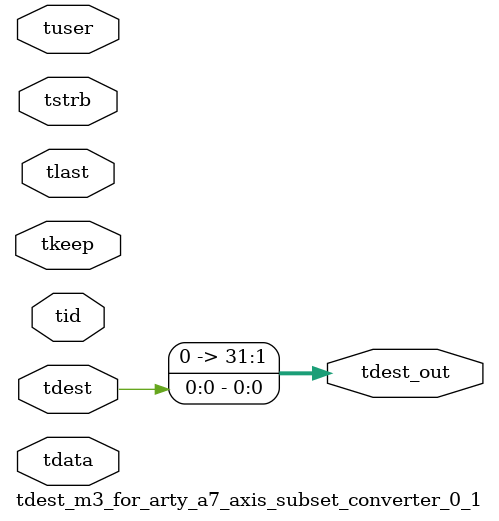
<source format=v>


`timescale 1ps/1ps

module tdest_m3_for_arty_a7_axis_subset_converter_0_1 #
(
parameter C_S_AXIS_TDATA_WIDTH = 32,
parameter C_S_AXIS_TUSER_WIDTH = 0,
parameter C_S_AXIS_TID_WIDTH   = 0,
parameter C_S_AXIS_TDEST_WIDTH = 0,
parameter C_M_AXIS_TDEST_WIDTH = 32
)
(
input  [(C_S_AXIS_TDATA_WIDTH == 0 ? 1 : C_S_AXIS_TDATA_WIDTH)-1:0     ] tdata,
input  [(C_S_AXIS_TUSER_WIDTH == 0 ? 1 : C_S_AXIS_TUSER_WIDTH)-1:0     ] tuser,
input  [(C_S_AXIS_TID_WIDTH   == 0 ? 1 : C_S_AXIS_TID_WIDTH)-1:0       ] tid,
input  [(C_S_AXIS_TDEST_WIDTH == 0 ? 1 : C_S_AXIS_TDEST_WIDTH)-1:0     ] tdest,
input  [(C_S_AXIS_TDATA_WIDTH/8)-1:0 ] tkeep,
input  [(C_S_AXIS_TDATA_WIDTH/8)-1:0 ] tstrb,
input                                                                    tlast,
output [C_M_AXIS_TDEST_WIDTH-1:0] tdest_out
);

assign tdest_out = {tdest[0:0]};

endmodule


</source>
